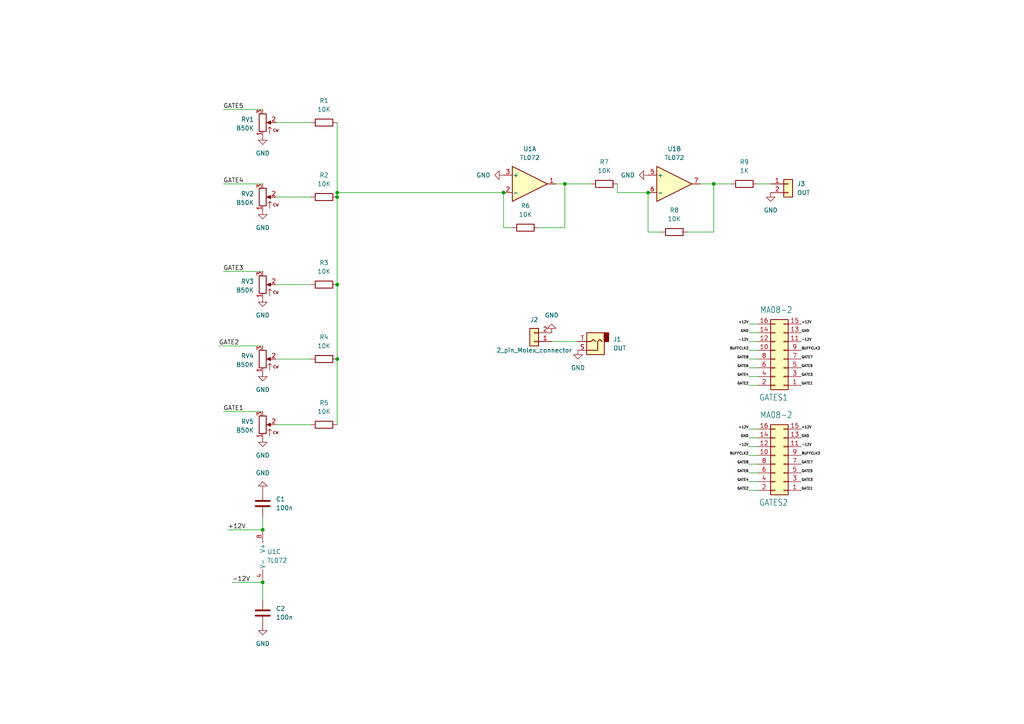
<source format=kicad_sch>
(kicad_sch (version 20211123) (generator eeschema)
  (paper "A4")
  (lib_symbols
    (symbol "Connector_Generic:Conn_02x08_Odd_Even" (pin_names (offset 1.016) hide)
      (property "Reference" "J" (at 1.27 10.16 0))
      (property "Value" "Conn_02x08_Odd_Even" (at 1.27 -12.7 0))
      (symbol "Conn_02x08_Odd_Even_1_1"
        (rectangle (start -1.27 -10.033) (end 0 -10.287) (stroke (width 0.1524)))
        (rectangle (start -1.27 -7.493) (end 0 -7.747) (stroke (width 0.1524)))
        (rectangle (start -1.27 -4.953) (end 0 -5.207) (stroke (width 0.1524)))
        (rectangle (start -1.27 -2.413) (end 0 -2.667) (stroke (width 0.1524)))
        (rectangle (start -1.27 0.127) (end 0 -0.127) (stroke (width 0.1524)))
        (rectangle (start -1.27 2.667) (end 0 2.413) (stroke (width 0.1524)))
        (rectangle (start -1.27 5.207) (end 0 4.953) (stroke (width 0.1524)))
        (rectangle (start -1.27 7.747) (end 0 7.493) (stroke (width 0.1524)))
        (rectangle (start -1.27 8.89) (end 3.81 -11.43) (stroke (width 0.254)) (fill (type background)))
        (rectangle (start 3.81 -10.033) (end 2.54 -10.287) (stroke (width 0.1524)))
        (rectangle (start 3.81 -7.493) (end 2.54 -7.747) (stroke (width 0.1524)))
        (rectangle (start 3.81 -4.953) (end 2.54 -5.207) (stroke (width 0.1524)))
        (rectangle (start 3.81 -2.413) (end 2.54 -2.667) (stroke (width 0.1524)))
        (rectangle (start 3.81 0.127) (end 2.54 -0.127) (stroke (width 0.1524)))
        (rectangle (start 3.81 2.667) (end 2.54 2.413) (stroke (width 0.1524)))
        (rectangle (start 3.81 5.207) (end 2.54 4.953) (stroke (width 0.1524)))
        (rectangle (start 3.81 7.747) (end 2.54 7.493) (stroke (width 0.1524)))
        (pin passive line (at -5.08 7.62 0) (length 3.81) (name "Pin_1") (number "1"))
        (pin passive line (at 7.62 -2.54 180) (length 3.81) (name "Pin_10") (number "10"))
        (pin passive line (at -5.08 -5.08 0) (length 3.81) (name "Pin_11") (number "11"))
        (pin passive line (at 7.62 -5.08 180) (length 3.81) (name "Pin_12") (number "12"))
        (pin passive line (at -5.08 -7.62 0) (length 3.81) (name "Pin_13") (number "13"))
        (pin passive line (at 7.62 -7.62 180) (length 3.81) (name "Pin_14") (number "14"))
        (pin passive line (at -5.08 -10.16 0) (length 3.81) (name "Pin_15") (number "15"))
        (pin passive line (at 7.62 -10.16 180) (length 3.81) (name "Pin_16") (number "16"))
        (pin passive line (at 7.62 7.62 180) (length 3.81) (name "Pin_2") (number "2"))
        (pin passive line (at -5.08 5.08 0) (length 3.81) (name "Pin_3") (number "3"))
        (pin passive line (at 7.62 5.08 180) (length 3.81) (name "Pin_4") (number "4"))
        (pin passive line (at -5.08 2.54 0) (length 3.81) (name "Pin_5") (number "5"))
        (pin passive line (at 7.62 2.54 180) (length 3.81) (name "Pin_6") (number "6"))
        (pin passive line (at -5.08 0 0) (length 3.81) (name "Pin_7") (number "7"))
        (pin passive line (at 7.62 0 180) (length 3.81) (name "Pin_8") (number "8"))
        (pin passive line (at -5.08 -2.54 0) (length 3.81) (name "Pin_9") (number "9"))
      )
    )
    (symbol "ao_symbols:2_pin_Molex_connector" (pin_names (offset 1.016) hide)
      (property "Reference" "J" (at 0 2.54 0))
      (property "Value" "2_pin_Molex_connector" (at 0 -5.08 0))
      (symbol "2_pin_Molex_connector_1_1"
        (rectangle (start -1.27 -2.413) (end 0 -2.667) (stroke (width 0.1524)))
        (rectangle (start -1.27 0.127) (end 0 -0.127) (stroke (width 0.1524)))
        (rectangle (start -1.27 1.27) (end 1.27 -3.81) (stroke (width 0.254)) (fill (type background)))
        (pin passive line (at -5.08 0 0) (length 3.81) (name "Pin_1") (number "1"))
        (pin passive line (at -5.08 -2.54 0) (length 3.81) (name "Pin_2") (number "2"))
      )
    )
    (symbol "ao_symbols:2_pin_Molex_header" (pin_names (offset 1.016) hide)
      (property "Reference" "J" (at 0 2.54 0))
      (property "Value" "2_pin_Molex_header" (at 0 -5.08 0))
      (symbol "2_pin_Molex_header_1_1"
        (rectangle (start -1.27 -2.413) (end 0 -2.667) (stroke (width 0.1524)))
        (rectangle (start -1.27 0.127) (end 0 -0.127) (stroke (width 0.1524)))
        (rectangle (start -1.27 1.27) (end 1.27 -3.81) (stroke (width 0.254)) (fill (type background)))
        (pin passive line (at -5.08 0 0) (length 3.81) (name "Pin_1") (number "1"))
        (pin passive line (at -5.08 -2.54 0) (length 3.81) (name "Pin_2") (number "2"))
      )
    )
    (symbol "ao_symbols:AudioJack2"
      (property "Reference" "J" (at 0 8.89 0))
      (property "Value" "AudioJack2" (at 0 6.35 0))
      (symbol "AudioJack2_0_1"
        (rectangle (start -3.81 0) (end -2.54 -2.54) (stroke (width 0.254)) (fill (type outline)))
        (rectangle (start -2.54 3.81) (end 2.54 -2.54) (stroke (width 0.254)) (fill (type background)))
        (polyline (pts (xy 0 0) (xy 0.635 -0.635) (xy 1.27 0) (xy 2.54 0)) (stroke (width 0.254)))
        (polyline (pts (xy 2.54 2.54) (xy -0.635 2.54) (xy -0.635 0) (xy -1.27 -0.635) (xy -1.905 0)) (stroke (width 0.254)))
      )
      (symbol "AudioJack2_1_1"
        (pin passive line (at 5.08 2.54 180) (length 2.54) (name "~") (number "S"))
        (pin passive line (at 5.08 0 180) (length 2.54) (name "~") (number "T"))
      )
    )
    (symbol "ao_symbols:C" (pin_numbers hide) (pin_names (offset 0.254))
      (property "Reference" "C" (at 0.635 2.54 0))
      (property "Value" "C" (at 0.635 -2.54 0))
      (symbol "C_0_1"
        (polyline (pts (xy -2.032 -0.762) (xy 2.032 -0.762)) (stroke (width 0.508)))
        (polyline (pts (xy -2.032 0.762) (xy 2.032 0.762)) (stroke (width 0.508)))
      )
      (symbol "C_1_1"
        (pin passive line (at 0 3.81 270) (length 2.794) (name "~") (number "1"))
        (pin passive line (at 0 -3.81 90) (length 2.794) (name "~") (number "2"))
      )
    )
    (symbol "ao_symbols:R" (pin_numbers hide) (pin_names (offset 0))
      (property "Reference" "R" (at 2.032 0 90))
      (property "Value" "R" (at 0 0 90))
      (symbol "R_0_1"
        (rectangle (start -1.016 -2.54) (end 1.016 2.54) (stroke (width 0.254)))
      )
      (symbol "R_1_1"
        (pin passive line (at 0 3.81 270) (length 1.27) (name "~") (number "1"))
        (pin passive line (at 0 -3.81 90) (length 1.27) (name "~") (number "2"))
      )
    )
    (symbol "ao_symbols:R_POT" (pin_names (offset 1.016) hide)
      (property "Reference" "RV" (at -4.445 0 90))
      (property "Value" "R_POT" (at -2.54 0 90))
      (symbol "R_POT_0_0"
        (text "CW" (at 3.81 -2.286 0) (effects (font (size 0.762 0.762))))
      )
      (symbol "R_POT_0_1"
        (rectangle (start -1.016 2.54) (end 1.016 -2.54) (stroke (width 0.254)))
        (polyline (pts (xy 2.032 -3.302) (xy 2.032 -1.27)) (stroke (width 0.1524)))
        (polyline (pts (xy 2.54 0) (xy 1.524 0)))
        (polyline (pts (xy 2.54 -1.778) (xy 2.032 -1.27) (xy 1.524 -1.778)) (stroke (width 0.1524)))
        (polyline (pts (xy 1.143 0) (xy 2.286 -0.508) (xy 2.286 0.508) (xy 1.143 0)) (fill (type outline)))
      )
      (symbol "R_POT_1_1"
        (pin passive line (at 0 -3.81 90) (length 1.27) (name "1") (number "1"))
        (pin passive line (at 3.81 0 180) (length 1.27) (name "2") (number "2"))
        (pin passive line (at 0 3.81 270) (length 1.27) (name "3") (number "3"))
      )
    )
    (symbol "ao_symbols:TL072" (pin_names (offset 0.127))
      (property "Reference" "U" (at 0 5.08 0))
      (property "Value" "TL072" (at 0 -5.08 0))
      (symbol "TL072_1_1"
        (polyline (pts (xy -5.08 5.08) (xy 5.08 0) (xy -5.08 -5.08) (xy -5.08 5.08)) (stroke (width 0.254)) (fill (type background)))
        (pin output line (at 7.62 0 180) (length 2.54) (name "~") (number "1"))
        (pin input line (at -7.62 -2.54 0) (length 2.54) (name "-") (number "2"))
        (pin input line (at -7.62 2.54 0) (length 2.54) (name "+") (number "3"))
      )
      (symbol "TL072_2_1"
        (polyline (pts (xy -5.08 5.08) (xy 5.08 0) (xy -5.08 -5.08) (xy -5.08 5.08)) (stroke (width 0.254)) (fill (type background)))
        (pin input line (at -7.62 2.54 0) (length 2.54) (name "+") (number "5"))
        (pin input line (at -7.62 -2.54 0) (length 2.54) (name "-") (number "6"))
        (pin output line (at 7.62 0 180) (length 2.54) (name "~") (number "7"))
      )
      (symbol "TL072_3_1"
        (pin power_in line (at -2.54 -7.62 90) (length 3.81) (name "V-") (number "4"))
        (pin power_in line (at -2.54 7.62 270) (length 3.81) (name "V+") (number "8"))
      )
    )
    (symbol "power:GND" (power) (pin_names (offset 0))
      (property "Value" "GND" (at 0 -3.81 0))
      (symbol "GND_0_1"
        (polyline (pts (xy 0 0) (xy 0 -1.27) (xy 1.27 -1.27) (xy 0 -2.54) (xy -1.27 -1.27) (xy 0 -1.27)))
      )
      (symbol "GND_1_1"
        (pin power_in line (at 0 0 270) (length 0) hide (name "GND") (number "1"))
      )
    )
  )
  (junction (at 207.01 53.34))
  (junction (at 97.79 57.15))
  (junction (at 97.79 82.55))
  (junction (at 76.2 168.91))
  (junction (at 97.79 55.88))
  (junction (at 97.79 104.14))
  (junction (at 163.83 53.34))
  (junction (at 187.96 55.88))
  (junction (at 76.2 153.67))
  (junction (at 146.05 55.88))
  (wire (pts (xy 219.71 53.34) (xy 223.52 53.34)))
  (wire (pts (xy 217.17 142.24) (xy 219.71 142.24)))
  (wire (pts (xy 156.21 66.04) (xy 163.83 66.04)))
  (wire (pts (xy 97.79 55.88) (xy 97.79 57.15)))
  (wire (pts (xy 217.17 99.06) (xy 219.71 99.06)))
  (wire (pts (xy 64.77 119.38) (xy 76.2 119.38)))
  (wire (pts (xy 217.17 124.46) (xy 219.71 124.46)))
  (wire (pts (xy 217.17 106.68) (xy 219.71 106.68)))
  (wire (pts (xy 217.17 104.14) (xy 219.71 104.14)))
  (wire (pts (xy 187.96 55.88) (xy 187.96 67.31)))
  (wire (pts (xy 187.96 67.31) (xy 191.77 67.31)))
  (wire (pts (xy 199.39 67.31) (xy 207.01 67.31)))
  (wire (pts (xy 217.17 101.6) (xy 219.71 101.6)))
  (wire (pts (xy 97.79 104.14) (xy 97.79 123.19)))
  (wire (pts (xy 67.31 168.91) (xy 76.2 168.91)))
  (wire (pts (xy 97.79 35.56) (xy 97.79 55.88)))
  (wire (pts (xy 97.79 57.15) (xy 97.79 82.55)))
  (wire (pts (xy 80.01 57.15) (xy 90.17 57.15)))
  (wire (pts (xy 163.83 53.34) (xy 171.45 53.34)))
  (wire (pts (xy 76.2 168.91) (xy 76.2 173.99)))
  (wire (pts (xy 80.01 82.55) (xy 90.17 82.55)))
  (wire (pts (xy 207.01 67.31) (xy 207.01 53.34)))
  (wire (pts (xy 63.5 100.33) (xy 76.2 100.33)))
  (wire (pts (xy 217.17 127) (xy 219.71 127)))
  (wire (pts (xy 207.01 53.34) (xy 212.09 53.34)))
  (wire (pts (xy 146.05 55.88) (xy 146.05 66.04)))
  (wire (pts (xy 217.17 109.22) (xy 219.71 109.22)))
  (wire (pts (xy 163.83 66.04) (xy 163.83 53.34)))
  (wire (pts (xy 80.01 104.14) (xy 90.17 104.14)))
  (wire (pts (xy 80.01 35.56) (xy 90.17 35.56)))
  (wire (pts (xy 97.79 82.55) (xy 97.79 104.14)))
  (wire (pts (xy 160.02 99.06) (xy 167.64 99.06)))
  (wire (pts (xy 146.05 66.04) (xy 148.59 66.04)))
  (wire (pts (xy 76.2 149.86) (xy 76.2 153.67)))
  (wire (pts (xy 217.17 129.54) (xy 219.71 129.54)))
  (wire (pts (xy 179.07 55.88) (xy 187.96 55.88)))
  (wire (pts (xy 203.2 53.34) (xy 207.01 53.34)))
  (wire (pts (xy 217.17 93.98) (xy 219.71 93.98)))
  (wire (pts (xy 179.07 53.34) (xy 179.07 55.88)))
  (wire (pts (xy 64.77 53.34) (xy 76.2 53.34)))
  (wire (pts (xy 80.01 123.19) (xy 90.17 123.19)))
  (wire (pts (xy 217.17 111.76) (xy 219.71 111.76)))
  (wire (pts (xy 217.17 137.16) (xy 219.71 137.16)))
  (wire (pts (xy 217.17 139.7) (xy 219.71 139.7)))
  (wire (pts (xy 217.17 132.08) (xy 219.71 132.08)))
  (wire (pts (xy 161.29 53.34) (xy 163.83 53.34)))
  (wire (pts (xy 217.17 134.62) (xy 219.71 134.62)))
  (wire (pts (xy 66.04 153.67) (xy 76.2 153.67)))
  (wire (pts (xy 217.17 96.52) (xy 219.71 96.52)))
  (wire (pts (xy 97.79 55.88) (xy 146.05 55.88)))
  (wire (pts (xy 64.77 31.75) (xy 76.2 31.75)))
  (wire (pts (xy 64.77 78.74) (xy 76.2 78.74)))
  (label "GATE6" (at 217.17 137.16 180) (effects (font (size 0.7112 0.7112))))
  (label "+12V" (at 217.17 93.98 180) (effects (font (size 0.7112 0.7112))))
  (label "GND" (at 217.17 127 180) (effects (font (size 0.7112 0.7112))))
  (label "GND" (at 232.41 127 0) (effects (font (size 0.7112 0.7112))))
  (label "GATE5" (at 232.41 137.16 0) (effects (font (size 0.7112 0.7112))))
  (label "GATE2" (at 217.17 142.24 180) (effects (font (size 0.7112 0.7112))))
  (label "-12V" (at 232.41 99.06 0) (effects (font (size 0.7112 0.7112))))
  (label "GATE3" (at 64.77 78.74 0))
  (label "GATE3" (at 232.41 109.22 0) (effects (font (size 0.7112 0.7112))))
  (label "GATE8" (at 217.17 104.14 180) (effects (font (size 0.7112 0.7112))))
  (label "GATE4" (at 217.17 109.22 180) (effects (font (size 0.7112 0.7112))))
  (label "GATE7" (at 232.41 104.14 0) (effects (font (size 0.7112 0.7112))))
  (label "GATE4" (at 64.77 53.34 0))
  (label "GATE5" (at 64.77 31.75 0))
  (label "-12V" (at 232.41 129.54 0) (effects (font (size 0.7112 0.7112))))
  (label "GATE1" (at 232.41 111.76 0) (effects (font (size 0.7112 0.7112))))
  (label "GATE2" (at 217.17 111.76 180) (effects (font (size 0.7112 0.7112))))
  (label "GATE6" (at 217.17 106.68 180) (effects (font (size 0.7112 0.7112))))
  (label "GND" (at 217.17 96.52 180) (effects (font (size 0.7112 0.7112))))
  (label "GND" (at 232.41 96.52 0) (effects (font (size 0.7112 0.7112))))
  (label "BUFFCLK2" (at 217.17 132.08 180) (effects (font (size 0.7112 0.7112))))
  (label "GATE1" (at 64.77 119.38 0))
  (label "GATE5" (at 232.41 106.68 0) (effects (font (size 0.7112 0.7112))))
  (label "+12V" (at 232.41 124.46 0) (effects (font (size 0.7112 0.7112))))
  (label "BUFFCLK2" (at 217.17 101.6 180) (effects (font (size 0.7112 0.7112))))
  (label "+12V" (at 232.41 93.98 0) (effects (font (size 0.7112 0.7112))))
  (label "-12V" (at 67.31 168.91 0))
  (label "GATE2" (at 63.5 100.33 0))
  (label "GATE4" (at 217.17 139.7 180) (effects (font (size 0.7112 0.7112))))
  (label "GATE3" (at 232.41 139.7 0) (effects (font (size 0.7112 0.7112))))
  (label "GATE1" (at 232.41 142.24 0) (effects (font (size 0.7112 0.7112))))
  (label "-12V" (at 217.17 99.06 180) (effects (font (size 0.7112 0.7112))))
  (label "BUFFCLK2" (at 232.41 132.08 0) (effects (font (size 0.7112 0.7112))))
  (label "+12V" (at 66.04 153.67 0))
  (label "BUFFCLK2" (at 232.41 101.6 0) (effects (font (size 0.7112 0.7112))))
  (label "+12V" (at 217.17 124.46 180) (effects (font (size 0.7112 0.7112))))
  (label "-12V" (at 217.17 129.54 180) (effects (font (size 0.7112 0.7112))))
  (label "GATE8" (at 217.17 134.62 180) (effects (font (size 0.7112 0.7112))))
  (label "GATE7" (at 232.41 134.62 0) (effects (font (size 0.7112 0.7112))))
  (symbol (lib_id "power:GND") (at 76.2 60.96 0) (unit 1)
    (property "Reference" "#PWR02" (effects hide))
    (property "Value" "GND" (at 76.2 66.04 0))
  )
  (symbol (lib_id "power:GND") (at 76.2 107.95 0) (unit 1)
    (property "Reference" "#PWR04" (effects hide))
    (property "Value" "GND" (at 76.2 113.03 0))
  )
  (symbol (lib_id "power:GND") (at 76.2 86.36 0) (unit 1)
    (property "Reference" "#PWR03" (effects hide))
    (property "Value" "GND" (at 76.2 91.44 0))
  )
  (symbol (lib_id "ao_symbols:R") (at 195.58 67.31 90) (unit 1)
    (property "Reference" "R8" (at 195.58 60.96 90))
    (property "Value" "10K" (at 195.58 63.5 90))
    (property "Footprint" "ao_tht:R_Axial_DIN0207_L6.3mm_D2.5mm_P10.16mm_Horizontal" (effects hide))
    (property "Vendor" "Tayda" (effects hide))
  )
  (symbol (lib_id "Connector_Generic:Conn_02x08_Odd_Even") (at 227.33 104.14 180) (unit 1)
    (property "Reference" "GATES1" (at 228.6 114.3 0) (effects (font (size 1.778 1.5113)) (justify left bottom)))
    (property "Value" "MA08-2" (at 229.87 88.9 0) (effects (font (size 1.778 1.5113)) (justify left bottom)))
    (property "Footprint" "Connector_IDC:IDC-Header_2x08_P2.54mm_Vertical" (effects hide))
  )
  (symbol (lib_id "ao_symbols:2_pin_Molex_header") (at 228.6 53.34 0) (unit 1)
    (property "Reference" "J3" (at 231.14 53.3399 0) (effects (justify left)))
    (property "Value" "OUT" (at 231.14 55.8799 0) (effects (justify left)))
    (property "Footprint" "ao_tht:Molex_KK-254_AE-6410-02A_1x02_P2.54mm_Vertical" (effects hide))
    (property "Vendor" "Tayda" (effects hide))
    (property "SKU" "A-804" (effects hide))
  )
  (symbol (lib_id "ao_symbols:R_POT") (at 76.2 104.14 0) (unit 1)
    (property "Reference" "RV4" (at 73.66 103.2255 0) (effects (justify right)))
    (property "Value" "B50K" (at 73.66 105.7655 0) (effects (justify right)))
    (property "Footprint" "ao_tht:Potentiometer_Alpha_RD901F-40-00D_Single_Vertical_centered" (effects hide))
    (property "Vendor" "Tayda" (effects hide))
  )
  (symbol (lib_id "power:GND") (at 187.96 50.8 270) (unit 1)
    (property "Reference" "#PWR09" (effects hide))
    (property "Value" "GND" (at 184.15 50.7999 90) (effects (justify right)))
  )
  (symbol (lib_id "power:GND") (at 223.52 55.88 0) (unit 1)
    (property "Reference" "#PWR010" (effects hide))
    (property "Value" "GND" (at 223.52 60.96 0))
  )
  (symbol (lib_id "power:GND") (at 76.2 39.37 0) (unit 1)
    (property "Reference" "#PWR01" (effects hide))
    (property "Value" "GND" (at 76.2 44.45 0))
  )
  (symbol (lib_id "ao_symbols:TL072") (at 153.67 53.34 0) (unit 1)
    (property "Reference" "U1" (at 153.67 43.18 0))
    (property "Value" "TL072" (at 153.67 45.72 0))
    (property "Footprint" "ao_tht:DIP-8_W7.62mm_Socket_LongPads" (effects hide))
    (property "Vendor" "Tayda" (effects hide))
    (property "SKU" "A-037" (effects hide))
  )
  (symbol (lib_id "ao_symbols:R_POT") (at 76.2 82.55 0) (unit 1)
    (property "Reference" "RV3" (at 73.66 81.6355 0) (effects (justify right)))
    (property "Value" "B50K" (at 73.66 84.1755 0) (effects (justify right)))
    (property "Footprint" "ao_tht:Potentiometer_Alpha_RD901F-40-00D_Single_Vertical_centered" (effects hide))
    (property "Vendor" "Tayda" (effects hide))
  )
  (symbol (lib_id "ao_symbols:C") (at 76.2 177.8 0) (unit 1)
    (property "Reference" "C2" (at 80.01 176.5299 0) (effects (justify left)))
    (property "Value" "100n" (at 80.01 179.0699 0) (effects (justify left)))
    (property "Footprint" "ao_tht:C_Disc_D3.0mm_W1.6mm_P2.50mm" (effects hide))
    (property "Vendor" "Tayda" (effects hide))
  )
  (symbol (lib_id "power:GND") (at 160.02 96.52 180) (unit 1)
    (property "Reference" "#PWR011" (effects hide))
    (property "Value" "GND" (at 160.02 91.44 0))
  )
  (symbol (lib_id "ao_symbols:R") (at 152.4 66.04 90) (unit 1)
    (property "Reference" "R6" (at 152.4 59.69 90))
    (property "Value" "10K" (at 152.4 62.23 90))
    (property "Footprint" "ao_tht:R_Axial_DIN0207_L6.3mm_D2.5mm_P10.16mm_Horizontal" (effects hide))
    (property "Vendor" "Tayda" (effects hide))
  )
  (symbol (lib_id "power:GND") (at 167.64 101.6 0) (unit 1)
    (property "Reference" "#PWR012" (effects hide))
    (property "Value" "GND" (at 167.64 106.68 0))
  )
  (symbol (lib_id "power:GND") (at 76.2 142.24 180) (unit 1)
    (property "Reference" "#PWR06" (effects hide))
    (property "Value" "GND" (at 76.2 137.16 0))
  )
  (symbol (lib_id "ao_symbols:R") (at 215.9 53.34 90) (unit 1)
    (property "Reference" "R9" (at 215.9 46.99 90))
    (property "Value" "1K" (at 215.9 49.53 90))
    (property "Footprint" "ao_tht:R_Axial_DIN0207_L6.3mm_D2.5mm_P10.16mm_Horizontal" (effects hide))
    (property "Vendor" "Tayda" (effects hide))
  )
  (symbol (lib_id "power:GND") (at 76.2 181.61 0) (unit 1)
    (property "Reference" "#PWR07" (effects hide))
    (property "Value" "GND" (at 76.2 186.69 0))
  )
  (symbol (lib_id "ao_symbols:R") (at 93.98 104.14 90) (unit 1)
    (property "Reference" "R4" (at 93.98 97.79 90))
    (property "Value" "10K" (at 93.98 100.33 90))
    (property "Footprint" "ao_tht:R_Axial_DIN0207_L6.3mm_D2.5mm_P10.16mm_Horizontal" (effects hide))
    (property "Vendor" "Tayda" (effects hide))
  )
  (symbol (lib_id "ao_symbols:R_POT") (at 76.2 57.15 0) (unit 1)
    (property "Reference" "RV2" (at 73.66 56.2355 0) (effects (justify right)))
    (property "Value" "B50K" (at 73.66 58.7755 0) (effects (justify right)))
    (property "Footprint" "ao_tht:Potentiometer_Alpha_RD901F-40-00D_Single_Vertical_centered" (effects hide))
    (property "Vendor" "Tayda" (effects hide))
  )
  (symbol (lib_id "ao_symbols:C") (at 76.2 146.05 0) (unit 1)
    (property "Reference" "C1" (at 80.01 144.7799 0) (effects (justify left)))
    (property "Value" "100n" (at 80.01 147.3199 0) (effects (justify left)))
    (property "Footprint" "ao_tht:C_Disc_D3.0mm_W1.6mm_P2.50mm" (effects hide))
    (property "Vendor" "Tayda" (effects hide))
  )
  (symbol (lib_id "ao_symbols:AudioJack2") (at 172.72 99.06 180) (unit 1) (on_board no)
    (property "Reference" "J1" (at 177.8 98.4249 0) (effects (justify right)))
    (property "Value" "OUT" (at 177.8 100.9649 0) (effects (justify right)))
    (property "Footprint" "ao_tht:Jack_6.35mm_PJ_629HAN" (effects hide))
    (property "Vendor" "Tayda" (effects hide))
    (property "SKU" "A-1121" (effects hide))
  )
  (symbol (lib_id "ao_symbols:R") (at 175.26 53.34 90) (unit 1)
    (property "Reference" "R7" (at 175.26 46.99 90))
    (property "Value" "10K" (at 175.26 49.53 90))
    (property "Footprint" "ao_tht:R_Axial_DIN0207_L6.3mm_D2.5mm_P10.16mm_Horizontal" (effects hide))
    (property "Vendor" "Tayda" (effects hide))
  )
  (symbol (lib_id "ao_symbols:R") (at 93.98 123.19 90) (unit 1)
    (property "Reference" "R5" (at 93.98 116.84 90))
    (property "Value" "10K" (at 93.98 119.38 90))
    (property "Footprint" "ao_tht:R_Axial_DIN0207_L6.3mm_D2.5mm_P10.16mm_Horizontal" (effects hide))
    (property "Vendor" "Tayda" (effects hide))
  )
  (symbol (lib_id "ao_symbols:R") (at 93.98 57.15 90) (unit 1)
    (property "Reference" "R2" (at 93.98 50.8 90))
    (property "Value" "10K" (at 93.98 53.34 90))
    (property "Footprint" "ao_tht:R_Axial_DIN0207_L6.3mm_D2.5mm_P10.16mm_Horizontal" (effects hide))
    (property "Vendor" "Tayda" (effects hide))
  )
  (symbol (lib_id "ao_symbols:TL072") (at 195.58 53.34 0) (unit 2)
    (property "Reference" "U1" (at 195.58 43.18 0))
    (property "Value" "TL072" (at 195.58 45.72 0))
    (property "Footprint" "ao_tht:DIP-8_W7.62mm_Socket_LongPads" (effects hide))
    (property "Vendor" "Tayda" (effects hide))
    (property "SKU" "A-037" (effects hide))
  )
  (symbol (lib_id "ao_symbols:2_pin_Molex_connector") (at 154.94 99.06 180) (unit 1) (on_board no)
    (property "Reference" "J2" (at 154.94 92.71 0))
    (property "Value" "2_pin_Molex_connector" (at 154.94 101.6 0))
    (property "Vendor" "Tayda" (effects hide))
    (property "SKU" "A-826" (effects hide))
  )
  (symbol (lib_id "power:GND") (at 76.2 127 0) (unit 1)
    (property "Reference" "#PWR05" (effects hide))
    (property "Value" "GND" (at 76.2 132.08 0))
  )
  (symbol (lib_id "ao_symbols:R") (at 93.98 35.56 90) (unit 1)
    (property "Reference" "R1" (at 93.98 29.21 90))
    (property "Value" "10K" (at 93.98 31.75 90))
    (property "Footprint" "ao_tht:R_Axial_DIN0207_L6.3mm_D2.5mm_P10.16mm_Horizontal" (effects hide))
    (property "Vendor" "Tayda" (effects hide))
  )
  (symbol (lib_id "power:GND") (at 146.05 50.8 270) (unit 1)
    (property "Reference" "#PWR08" (effects hide))
    (property "Value" "GND" (at 142.24 50.7999 90) (effects (justify right)))
  )
  (symbol (lib_id "ao_symbols:TL072") (at 78.74 161.29 0) (unit 3)
    (property "Reference" "U1" (at 77.47 160.0199 0) (effects (justify left)))
    (property "Value" "TL072" (at 77.47 162.5599 0) (effects (justify left)))
    (property "Footprint" "ao_tht:DIP-8_W7.62mm_Socket_LongPads" (effects hide))
    (property "Vendor" "Tayda" (effects hide))
    (property "SKU" "A-037" (effects hide))
  )
  (symbol (lib_id "ao_symbols:R_POT") (at 76.2 123.19 0) (unit 1)
    (property "Reference" "RV5" (at 73.66 122.2755 0) (effects (justify right)))
    (property "Value" "B50K" (at 73.66 124.8155 0) (effects (justify right)))
    (property "Footprint" "ao_tht:Potentiometer_Alpha_RD901F-40-00D_Single_Vertical_centered" (effects hide))
    (property "Vendor" "Tayda" (effects hide))
  )
  (symbol (lib_id "ao_symbols:R") (at 93.98 82.55 90) (unit 1)
    (property "Reference" "R3" (at 93.98 76.2 90))
    (property "Value" "10K" (at 93.98 78.74 90))
    (property "Footprint" "ao_tht:R_Axial_DIN0207_L6.3mm_D2.5mm_P10.16mm_Horizontal" (effects hide))
    (property "Vendor" "Tayda" (effects hide))
  )
  (symbol (lib_id "Connector_Generic:Conn_02x08_Odd_Even") (at 227.33 134.62 180) (unit 1)
    (property "Reference" "GATES2" (at 228.6 144.78 0) (effects (font (size 1.778 1.5113)) (justify left bottom)))
    (property "Value" "MA08-2" (at 229.87 119.38 0) (effects (font (size 1.778 1.5113)) (justify left bottom)))
    (property "Footprint" "Connector_IDC:IDC-Header_2x08_P2.54mm_Vertical" (effects hide))
  )
  (symbol (lib_id "ao_symbols:R_POT") (at 76.2 35.56 0) (unit 1)
    (property "Reference" "RV1" (at 73.66 34.6455 0) (effects (justify right)))
    (property "Value" "B50K" (at 73.66 37.1855 0) (effects (justify right)))
    (property "Footprint" "ao_tht:Potentiometer_Alpha_RD901F-40-00D_Single_Vertical_centered" (effects hide))
    (property "Vendor" "Tayda" (effects hide))
  )
)
</source>
